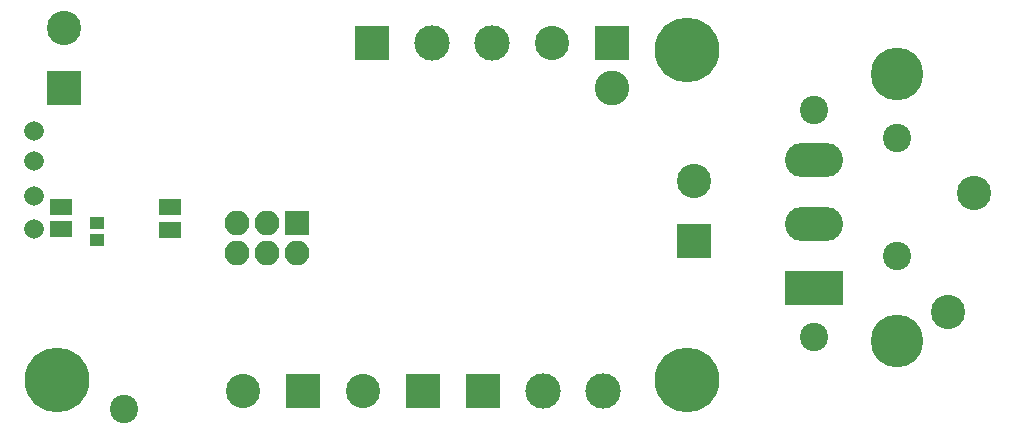
<source format=gbs>
G04 #@! TF.GenerationSoftware,KiCad,Pcbnew,(5.99.0-273-g43768b71c)*
G04 #@! TF.CreationDate,2019-11-20T15:23:38-05:00*
G04 #@! TF.ProjectId,Plasma_Pilot3,506c6173-6d61-45f5-9069-6c6f74332e6b,rev?*
G04 #@! TF.SameCoordinates,Original*
G04 #@! TF.FileFunction,Soldermask,Bot*
G04 #@! TF.FilePolarity,Negative*
%FSLAX46Y46*%
G04 Gerber Fmt 4.6, Leading zero omitted, Abs format (unit mm)*
G04 Created by KiCad (PCBNEW (5.99.0-273-g43768b71c)) date 2019-11-20 15:23:38*
%MOMM*%
%LPD*%
G04 APERTURE LIST*
%ADD10C,2.940000*%
%ADD11C,4.464000*%
%ADD12C,5.480000*%
%ADD13C,1.670000*%
%ADD14C,2.900000*%
%ADD15O,4.900000X2.900000*%
%ADD16R,4.900000X2.900000*%
%ADD17C,2.400000*%
%ADD18O,2.100000X2.100000*%
%ADD19R,2.100000X2.100000*%
%ADD20R,1.900000X1.400000*%
%ADD21C,3.000000*%
%ADD22R,3.000000X3.000000*%
%ADD23R,1.300000X1.100000*%
%ADD24R,2.900000X2.900000*%
G04 APERTURE END LIST*
D10*
X171450000Y-92710000D03*
D11*
X195580000Y-91567000D03*
X195580000Y-114173000D03*
D12*
X124460000Y-117475000D03*
X177800000Y-117475000D03*
X177800000Y-89535000D03*
D13*
X122555000Y-96393000D03*
X122555000Y-98933000D03*
X122555000Y-101854000D03*
X122555000Y-104648000D03*
D14*
X202141000Y-101680000D03*
X199941000Y-111680000D03*
D15*
X188569600Y-98817000D03*
X188569600Y-104267000D03*
D16*
X188569600Y-109717000D03*
D17*
X195580000Y-96981000D03*
X195580000Y-106981000D03*
X130175000Y-119888000D03*
X188595000Y-94615000D03*
X188595000Y-113792000D03*
D18*
X139700000Y-106680000D03*
X139700000Y-104140000D03*
X142240000Y-106680000D03*
X142240000Y-104140000D03*
X144780000Y-106680000D03*
D19*
X144780000Y-104140000D03*
D20*
X124841000Y-104709000D03*
X124841000Y-102809000D03*
X134061200Y-102834400D03*
X134061200Y-104734400D03*
D21*
X161290000Y-88900000D03*
X156210000Y-88900000D03*
D22*
X151130000Y-88900000D03*
D21*
X170688000Y-118364000D03*
X165608000Y-118364000D03*
D22*
X160528000Y-118364000D03*
D23*
X127889000Y-104152000D03*
X127889000Y-105652000D03*
D24*
X155448000Y-118364000D03*
D14*
X150368000Y-118364000D03*
D24*
X125095000Y-92710000D03*
D14*
X125095000Y-87630000D03*
D24*
X145288000Y-118364000D03*
D14*
X140208000Y-118364000D03*
D24*
X178435000Y-105664000D03*
D14*
X178435000Y-100584000D03*
D24*
X171450000Y-88900000D03*
D14*
X166370000Y-88900000D03*
M02*

</source>
